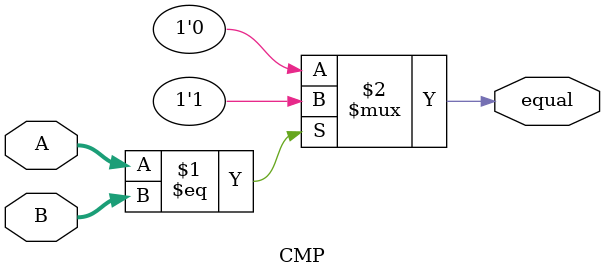
<source format=v>
`timescale 1ns / 1ps
module CMP (
    input  [31:0] A,
    input  [31:0] B,
    output        equal
);
  assign equal = (A == B) ? 1'b1 : 1'b0;
endmodule

</source>
